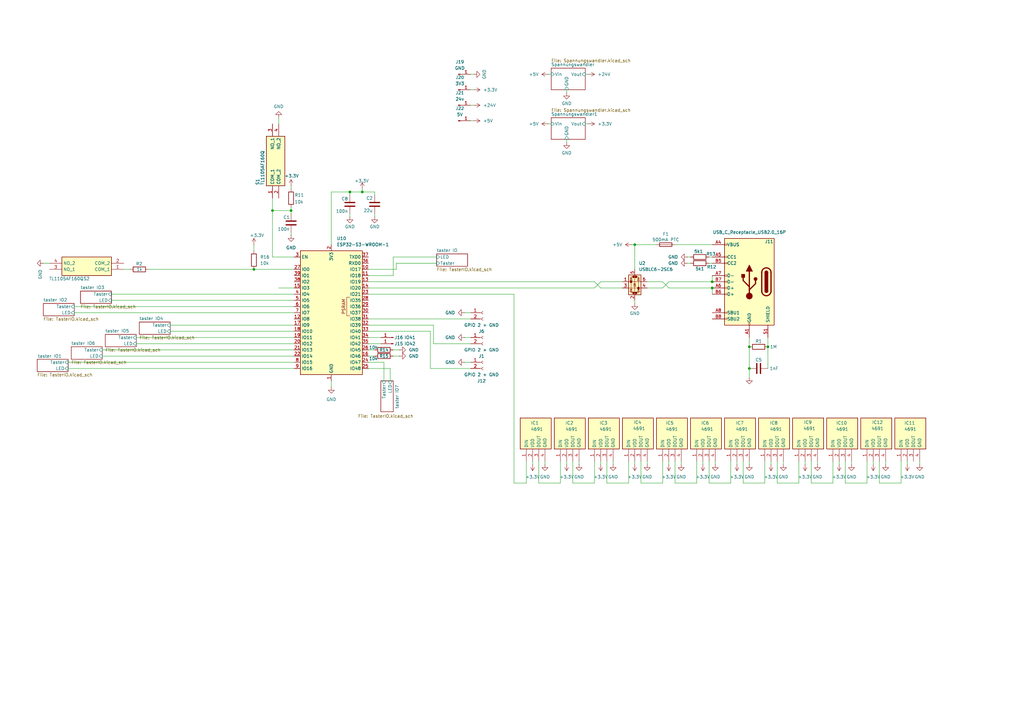
<source format=kicad_sch>
(kicad_sch (version 20231120) (generator "eeschema") (generator_version "8.0")
  (paper "A3")
  (lib_symbols
    (symbol "Connector:Conn_01x01_Pin" (pin_names (offset 1.016) hide)
      (property "Reference" "J" (at 0 2.54 0))
      (property "Value" "Conn_01x01_Pin" (at 0 -2.54 0))
      (symbol "Conn_01x01_Pin_1_1"
        (pin passive line (at 5.08 0 180) (length 3.81) (name "Pin_1") (number "1"))
      )
    )
    (symbol "Connector:Conn_01x02_Socket" (pin_names (offset 1.016) hide)
      (property "Reference" "J" (at 0 2.54 0))
      (property "Value" "Conn_01x02_Socket" (at 0 -5.08 0))
      (symbol "Conn_01x02_Socket_1_1"
        (pin passive line (at -5.08 0 0) (length 3.81) (name "Pin_1") (number "1"))
        (pin passive line (at -5.08 -2.54 0) (length 3.81) (name "Pin_2") (number "2"))
      )
    )
    (symbol "Connector:USB_C_Receptacle_USB2.0_16P" (pin_names (offset 1.016))
      (property "Reference" "J" (at 0 22.225 0))
      (property "Value" "USB_C_Receptacle_USB2.0_16P" (at 0 19.685 0))
      (symbol "USB_C_Receptacle_USB2.0_16P_1_1"
        (pin passive line (at 0 -22.86 90) (length 5.08) (name "GND") (number "A1"))
        (pin passive line (at 0 -22.86 90) (length 5.08) hide (name "GND") (number "A12"))
        (pin passive line (at 15.24 15.24 180) (length 5.08) (name "VBUS") (number "A4"))
        (pin bidirectional line (at 15.24 10.16 180) (length 5.08) (name "CC1") (number "A5"))
        (pin bidirectional line (at 15.24 -2.54 180) (length 5.08) (name "D+") (number "A6"))
        (pin bidirectional line (at 15.24 2.54 180) (length 5.08) (name "D-") (number "A7"))
        (pin bidirectional line (at 15.24 -12.7 180) (length 5.08) (name "SBU1") (number "A8"))
        (pin passive line (at 15.24 15.24 180) (length 5.08) hide (name "VBUS") (number "A9"))
        (pin passive line (at 0 -22.86 90) (length 5.08) hide (name "GND") (number "B1"))
        (pin passive line (at 0 -22.86 90) (length 5.08) hide (name "GND") (number "B12"))
        (pin passive line (at 15.24 15.24 180) (length 5.08) hide (name "VBUS") (number "B4"))
        (pin bidirectional line (at 15.24 7.62 180) (length 5.08) (name "CC2") (number "B5"))
        (pin bidirectional line (at 15.24 -5.08 180) (length 5.08) (name "D+") (number "B6"))
        (pin bidirectional line (at 15.24 0 180) (length 5.08) (name "D-") (number "B7"))
        (pin bidirectional line (at 15.24 -15.24 180) (length 5.08) (name "SBU2") (number "B8"))
        (pin passive line (at 15.24 15.24 180) (length 5.08) hide (name "VBUS") (number "B9"))
        (pin passive line (at -7.62 -22.86 90) (length 5.08) (name "SHIELD") (number "S1"))
      )
    )
    (symbol "Device:C" (pin_numbers hide) (pin_names (offset 0.254))
      (property "Reference" "C" (at 0.635 2.54 0))
      (property "Value" "C" (at 0.635 -2.54 0))
      (symbol "C_1_1"
        (pin passive line (at 0 3.81 270) (length 2.794) (name "~") (number "1"))
        (pin passive line (at 0 -3.81 90) (length 2.794) (name "~") (number "2"))
      )
    )
    (symbol "Device:Fuse" (pin_numbers hide) (pin_names (offset 0))
      (property "Reference" "F" (at 2.032 0 90))
      (property "Value" "Fuse" (at -1.905 0 90))
      (symbol "Fuse_1_1"
        (pin passive line (at 0 3.81 270) (length 1.27) (name "~") (number "1"))
        (pin passive line (at 0 -3.81 90) (length 1.27) (name "~") (number "2"))
      )
    )
    (symbol "Device:R" (pin_numbers hide) (pin_names (offset 0))
      (property "Reference" "R" (at 2.032 0 90))
      (property "Value" "R" (at 0 0 90))
      (symbol "R_1_1"
        (pin passive line (at 0 3.81 270) (length 1.27) (name "~") (number "1"))
        (pin passive line (at 0 -3.81 90) (length 1.27) (name "~") (number "2"))
      )
    )
    (symbol "Power_Protection:USBLC6-2SC6" (pin_names hide)
      (property "Reference" "U" (at 0.635 5.715 0))
      (property "Value" "USBLC6-2SC6" (at 0.635 3.81 0))
      (symbol "USBLC6-2SC6_1_1"
        (pin passive line (at -5.08 0 0) (length 2.54) (name "I/O1") (number "1"))
        (pin passive line (at 0 -7.62 90) (length 2.54) (name "GND") (number "2"))
        (pin passive line (at -5.08 -2.54 0) (length 2.54) (name "I/O2") (number "3"))
        (pin passive line (at 5.08 -2.54 180) (length 2.54) (name "I/O2") (number "4"))
        (pin passive line (at 0 5.08 270) (length 2.54) (name "VBUS") (number "5"))
        (pin passive line (at 5.08 0 180) (length 2.54) (name "I/O1") (number "6"))
      )
    )
    (symbol "RF_Module:ESP32-S3-WROOM-1"
      (property "Reference" "U" (at -12.7 26.67 0))
      (property "Value" "ESP32-S3-WROOM-1" (at 12.7 26.67 0))
      (symbol "ESP32-S3-WROOM-1_0_0"
        (text "PSRAM" (at 5.08 2.54 900) (effects (font (size 1.27 1.27))))
      )
      (symbol "ESP32-S3-WROOM-1_1_1"
        (pin power_in line (at 0 -27.94 90) (length 2.54) (name "GND") (number "1"))
        (pin bidirectional line (at 15.24 17.78 180) (length 2.54) (name "IO17") (number "10"))
        (pin bidirectional line (at 15.24 15.24 180) (length 2.54) (name "IO18") (number "11"))
        (pin bidirectional line (at -15.24 -2.54 0) (length 2.54) (name "IO8") (number "12"))
        (pin bidirectional line (at 15.24 12.7 180) (length 2.54) (name "IO19") (number "13"))
        (pin bidirectional line (at 15.24 10.16 180) (length 2.54) (name "IO20") (number "14"))
        (pin bidirectional line (at -15.24 10.16 0) (length 2.54) (name "IO3") (number "15"))
        (pin bidirectional line (at 15.24 -17.78 180) (length 2.54) (name "IO46") (number "16"))
        (pin bidirectional line (at -15.24 -5.08 0) (length 2.54) (name "IO9") (number "17"))
        (pin bidirectional line (at -15.24 -7.62 0) (length 2.54) (name "IO10") (number "18"))
        (pin bidirectional line (at -15.24 -10.16 0) (length 2.54) (name "IO11") (number "19"))
        (pin power_in line (at 0 27.94 270) (length 2.54) (name "3V3") (number "2"))
        (pin bidirectional line (at -15.24 -12.7 0) (length 2.54) (name "IO12") (number "20"))
        (pin bidirectional line (at -15.24 -15.24 0) (length 2.54) (name "IO13") (number "21"))
        (pin bidirectional line (at -15.24 -17.78 0) (length 2.54) (name "IO14") (number "22"))
        (pin bidirectional line (at 15.24 7.62 180) (length 2.54) (name "IO21") (number "23"))
        (pin bidirectional line (at 15.24 -20.32 180) (length 2.54) (name "IO47") (number "24"))
        (pin bidirectional line (at 15.24 -22.86 180) (length 2.54) (name "IO48") (number "25"))
        (pin bidirectional line (at 15.24 -15.24 180) (length 2.54) (name "IO45") (number "26"))
        (pin bidirectional line (at -15.24 17.78 0) (length 2.54) (name "IO0") (number "27"))
        (pin bidirectional line (at 15.24 5.08 180) (length 2.54) (name "IO35") (number "28"))
        (pin bidirectional line (at 15.24 2.54 180) (length 2.54) (name "IO36") (number "29"))
        (pin input line (at -15.24 22.86 0) (length 2.54) (name "EN") (number "3"))
        (pin bidirectional line (at 15.24 0 180) (length 2.54) (name "IO37") (number "30"))
        (pin bidirectional line (at 15.24 -2.54 180) (length 2.54) (name "IO38") (number "31"))
        (pin bidirectional line (at 15.24 -5.08 180) (length 2.54) (name "IO39") (number "32"))
        (pin bidirectional line (at 15.24 -7.62 180) (length 2.54) (name "IO40") (number "33"))
        (pin bidirectional line (at 15.24 -10.16 180) (length 2.54) (name "IO41") (number "34"))
        (pin bidirectional line (at 15.24 -12.7 180) (length 2.54) (name "IO42") (number "35"))
        (pin bidirectional line (at 15.24 20.32 180) (length 2.54) (name "RXD0") (number "36"))
        (pin bidirectional line (at 15.24 22.86 180) (length 2.54) (name "TXD0") (number "37"))
        (pin bidirectional line (at -15.24 12.7 0) (length 2.54) (name "IO2") (number "38"))
        (pin bidirectional line (at -15.24 15.24 0) (length 2.54) (name "IO1") (number "39"))
        (pin bidirectional line (at -15.24 7.62 0) (length 2.54) (name "IO4") (number "4"))
        (pin passive line (at 0 -27.94 90) (length 2.54) hide (name "GND") (number "40"))
        (pin passive line (at 0 -27.94 90) (length 2.54) hide (name "GND") (number "41"))
        (pin bidirectional line (at -15.24 5.08 0) (length 2.54) (name "IO5") (number "5"))
        (pin bidirectional line (at -15.24 2.54 0) (length 2.54) (name "IO6") (number "6"))
        (pin bidirectional line (at -15.24 0 0) (length 2.54) (name "IO7") (number "7"))
        (pin bidirectional line (at -15.24 -20.32 0) (length 2.54) (name "IO15") (number "8"))
        (pin bidirectional line (at -15.24 -22.86 0) (length 2.54) (name "IO16") (number "9"))
      )
    )
    (symbol "TL1105AF160Q:TL1105AF160Q"
      (property "Reference" "S" (at 26.67 7.62 0))
      (property "Value" "TL1105AF160Q" (at 26.67 5.08 0))
      (symbol "TL1105AF160Q_1_1"
        (pin passive line (at 0 0 0) (length 5.08) (name "COM_1") (number "1"))
        (pin passive line (at 0 -2.54 0) (length 5.08) (name "COM_2") (number "2"))
        (pin passive line (at 30.48 0 180) (length 5.08) (name "NO_1") (number "3"))
        (pin passive line (at 30.48 -2.54 180) (length 5.08) (name "NO_2") (number "4"))
      )
    )
    (symbol "edge neopixel:4691"
      (property "Reference" "IC" (at 19.05 7.62 0))
      (property "Value" "4691" (at 19.05 5.08 0))
      (symbol "4691_1_1"
        (pin passive line (at 0 0 0) (length 5.08) (name "DIN") (number "1"))
        (pin passive line (at 0 -2.54 0) (length 5.08) (name "VDD") (number "2"))
        (pin passive line (at 0 -5.08 0) (length 5.08) (name "DOUT") (number "3"))
        (pin passive line (at 0 -7.62 0) (length 5.08) (name "GND") (number "4"))
      )
    )
    (symbol "power:+24V" (power) (pin_numbers hide) (pin_names (offset 0) hide)
      (property "Value" "+24V" (at 0 3.556 0))
      (symbol "+24V_1_1"
        (pin power_in line (at 0 0 90) (length 0) (name "~") (number "1"))
      )
    )
    (symbol "power:+3.3V" (power) (pin_numbers hide) (pin_names (offset 0) hide)
      (property "Value" "+3.3V" (at 0 3.556 0))
      (symbol "+3.3V_1_1"
        (pin power_in line (at 0 0 90) (length 0) (name "~") (number "1"))
      )
    )
    (symbol "power:+5V" (power) (pin_numbers hide) (pin_names (offset 0) hide)
      (property "Value" "+5V" (at 0 3.556 0))
      (symbol "+5V_1_1"
        (pin power_in line (at 0 0 90) (length 0) (name "~") (number "1"))
      )
    )
    (symbol "power:GND" (power) (pin_numbers hide) (pin_names (offset 0) hide)
      (property "Value" "GND" (at 0 -3.81 0))
      (symbol "GND_1_1"
        (pin power_in line (at 0 0 270) (length 0) (name "~") (number "1"))
      )
    )
  )
  (junction (at 307.34 142.24))
  (junction (at 314.96 142.24))
  (junction (at 119.38 86.36))
  (junction (at 148.59 78.74))
  (junction (at 260.35 100.33))
  (junction (at 111.76 86.36))
  (junction (at 292.1 115.57))
  (junction (at 143.51 78.74))
  (junction (at 104.14 110.49))
  (junction (at 292.1 118.11))
  (junction (at 307.34 151.13))
  (wire (pts (xy 283.21 105.41) (xy 281.94 105.41)))
  (wire (pts (xy 41.91 146.05) (xy 120.65 146.05)))
  (wire (pts (xy 224.79 50.8) (xy 226.06 50.8)))
  (wire (pts (xy 135.89 78.74) (xy 135.89 100.33)))
  (wire (pts (xy 156.21 140.97) (xy 151.13 140.97)))
  (wire (pts (xy 30.48 125.73) (xy 120.65 125.73)))
  (wire (pts (xy 177.8 133.35) (xy 177.8 140.97)))
  (wire (pts (xy 318.77 198.12) (xy 327.66 198.12)))
  (wire (pts (xy 143.51 78.74) (xy 143.51 80.01)))
  (wire (pts (xy 176.53 151.13) (xy 193.04 151.13)))
  (wire (pts (xy 314.96 138.43) (xy 314.96 142.24)))
  (wire (pts (xy 161.29 113.03) (xy 151.13 113.03)))
  (wire (pts (xy 316.23 189.23) (xy 316.23 190.5)))
  (wire (pts (xy 292.1 113.03) (xy 292.1 115.57)))
  (wire (pts (xy 372.11 189.23) (xy 372.11 190.5)))
  (wire (pts (xy 135.89 78.74) (xy 143.51 78.74)))
  (wire (pts (xy 176.53 135.89) (xy 176.53 151.13)))
  (wire (pts (xy 240.03 30.48) (xy 241.3 30.48)))
  (wire (pts (xy 114.3 118.11) (xy 120.65 118.11)))
  (wire (pts (xy 377.19 189.23) (xy 377.19 190.5)))
  (wire (pts (xy 193.04 138.43) (xy 190.5 138.43)))
  (wire (pts (xy 271.78 118.11) (xy 274.32 115.57)))
  (wire (pts (xy 243.84 198.12) (xy 243.84 189.23)))
  (wire (pts (xy 193.04 36.83) (xy 194.31 36.83)))
  (wire (pts (xy 290.83 189.23) (xy 290.83 198.12)))
  (wire (pts (xy 151.13 138.43) (xy 156.21 138.43)))
  (wire (pts (xy 307.34 189.23) (xy 307.34 190.5)))
  (wire (pts (xy 177.8 140.97) (xy 193.04 140.97)))
  (wire (pts (xy 151.13 118.11) (xy 243.84 118.11)))
  (wire (pts (xy 265.43 118.11) (xy 271.78 118.11)))
  (wire (pts (xy 41.91 143.51) (xy 120.65 143.51)))
  (wire (pts (xy 151.13 133.35) (xy 177.8 133.35)))
  (wire (pts (xy 240.03 50.8) (xy 241.3 50.8)))
  (wire (pts (xy 335.28 189.23) (xy 335.28 190.5)))
  (wire (pts (xy 360.68 198.12) (xy 369.57 198.12)))
  (wire (pts (xy 148.59 78.74) (xy 153.67 78.74)))
  (wire (pts (xy 283.21 107.95) (xy 281.94 107.95)))
  (wire (pts (xy 161.29 146.05) (xy 163.83 146.05)))
  (wire (pts (xy 234.95 189.23) (xy 234.95 198.12)))
  (wire (pts (xy 237.49 189.23) (xy 237.49 190.5)))
  (wire (pts (xy 55.88 140.97) (xy 120.65 140.97)))
  (wire (pts (xy 157.48 148.59) (xy 151.13 148.59)))
  (wire (pts (xy 151.13 120.65) (xy 210.82 120.65)))
  (wire (pts (xy 292.1 105.41) (xy 290.83 105.41)))
  (wire (pts (xy 143.51 88.9) (xy 143.51 87.63)))
  (wire (pts (xy 151.13 135.89) (xy 176.53 135.89)))
  (wire (pts (xy 276.86 198.12) (xy 285.75 198.12)))
  (wire (pts (xy 274.32 118.11) (xy 271.78 115.57)))
  (wire (pts (xy 307.34 142.24) (xy 307.34 151.13)))
  (wire (pts (xy 341.63 198.12) (xy 341.63 189.23)))
  (wire (pts (xy 274.32 115.57) (xy 292.1 115.57)))
  (wire (pts (xy 260.35 189.23) (xy 260.35 190.5)))
  (wire (pts (xy 292.1 118.11) (xy 292.1 120.65)))
  (wire (pts (xy 223.52 189.23) (xy 223.52 190.5)))
  (wire (pts (xy 304.8 198.12) (xy 313.69 198.12)))
  (wire (pts (xy 119.38 87.63) (xy 119.38 86.36)))
  (wire (pts (xy 151.13 146.05) (xy 153.67 146.05)))
  (wire (pts (xy 260.35 100.33) (xy 260.35 110.49)))
  (wire (pts (xy 262.89 198.12) (xy 271.78 198.12)))
  (wire (pts (xy 313.69 198.12) (xy 313.69 189.23)))
  (wire (pts (xy 162.56 107.95) (xy 179.07 107.95)))
  (wire (pts (xy 285.75 189.23) (xy 285.75 198.12)))
  (wire (pts (xy 215.9 189.23) (xy 215.9 198.12)))
  (wire (pts (xy 243.84 118.11) (xy 246.38 115.57)))
  (wire (pts (xy 119.38 85.09) (xy 119.38 86.36)))
  (wire (pts (xy 307.34 138.43) (xy 307.34 142.24)))
  (wire (pts (xy 69.85 135.89) (xy 120.65 135.89)))
  (wire (pts (xy 229.87 198.12) (xy 229.87 189.23)))
  (wire (pts (xy 251.46 189.23) (xy 251.46 190.5)))
  (wire (pts (xy 271.78 198.12) (xy 271.78 189.23)))
  (wire (pts (xy 193.04 49.53) (xy 194.31 49.53)))
  (wire (pts (xy 304.8 189.23) (xy 304.8 198.12)))
  (wire (pts (xy 193.04 43.18) (xy 194.31 43.18)))
  (wire (pts (xy 210.82 198.12) (xy 215.9 198.12)))
  (wire (pts (xy 355.6 198.12) (xy 346.71 198.12)))
  (wire (pts (xy 232.41 36.83) (xy 232.41 38.1)))
  (wire (pts (xy 111.76 86.36) (xy 111.76 105.41)))
  (wire (pts (xy 157.48 148.59) (xy 157.48 156.21)))
  (wire (pts (xy 269.24 100.33) (xy 260.35 100.33)))
  (wire (pts (xy 259.08 100.33) (xy 260.35 100.33)))
  (wire (pts (xy 50.8 110.49) (xy 53.34 110.49)))
  (wire (pts (xy 327.66 189.23) (xy 327.66 198.12)))
  (wire (pts (xy 360.68 189.23) (xy 360.68 198.12)))
  (wire (pts (xy 232.41 57.15) (xy 232.41 58.42)))
  (wire (pts (xy 369.57 198.12) (xy 369.57 189.23)))
  (wire (pts (xy 55.88 138.43) (xy 120.65 138.43)))
  (wire (pts (xy 30.48 128.27) (xy 120.65 128.27)))
  (wire (pts (xy 260.35 123.19) (xy 260.35 124.46)))
  (wire (pts (xy 220.98 198.12) (xy 229.87 198.12)))
  (wire (pts (xy 307.34 151.13) (xy 307.34 154.94)))
  (wire (pts (xy 193.04 148.59) (xy 190.5 148.59)))
  (wire (pts (xy 218.44 189.23) (xy 218.44 190.5)))
  (wire (pts (xy 20.32 107.95) (xy 17.78 107.95)))
  (wire (pts (xy 292.1 107.95) (xy 290.83 107.95)))
  (wire (pts (xy 255.27 118.11) (xy 246.38 118.11)))
  (wire (pts (xy 262.89 189.23) (xy 262.89 198.12)))
  (wire (pts (xy 162.56 107.95) (xy 162.56 110.49)))
  (wire (pts (xy 302.26 189.23) (xy 302.26 190.5)))
  (wire (pts (xy 60.96 110.49) (xy 104.14 110.49)))
  (wire (pts (xy 346.71 198.12) (xy 346.71 189.23)))
  (wire (pts (xy 193.04 128.27) (xy 190.5 128.27)))
  (wire (pts (xy 358.14 189.23) (xy 358.14 190.5)))
  (wire (pts (xy 274.32 189.23) (xy 274.32 190.5)))
  (wire (pts (xy 210.82 120.65) (xy 210.82 198.12)))
  (wire (pts (xy 148.59 77.47) (xy 148.59 78.74)))
  (wire (pts (xy 248.92 198.12) (xy 257.81 198.12)))
  (wire (pts (xy 299.72 198.12) (xy 299.72 189.23)))
  (wire (pts (xy 246.38 115.57) (xy 255.27 115.57)))
  (wire (pts (xy 248.92 189.23) (xy 248.92 198.12)))
  (wire (pts (xy 257.81 189.23) (xy 257.81 198.12)))
  (wire (pts (xy 161.29 105.41) (xy 179.07 105.41)))
  (wire (pts (xy 45.72 123.19) (xy 120.65 123.19)))
  (wire (pts (xy 143.51 78.74) (xy 148.59 78.74)))
  (wire (pts (xy 111.76 81.28) (xy 111.76 86.36)))
  (wire (pts (xy 104.14 100.33) (xy 104.14 102.87)))
  (wire (pts (xy 151.13 151.13) (xy 160.02 151.13)))
  (wire (pts (xy 265.43 189.23) (xy 265.43 190.5)))
  (wire (pts (xy 111.76 86.36) (xy 119.38 86.36)))
  (wire (pts (xy 151.13 110.49) (xy 162.56 110.49)))
  (wire (pts (xy 265.43 115.57) (xy 271.78 115.57)))
  (wire (pts (xy 153.67 78.74) (xy 153.67 80.01)))
  (wire (pts (xy 232.41 189.23) (xy 232.41 190.5)))
  (wire (pts (xy 119.38 77.47) (xy 119.38 76.2)))
  (wire (pts (xy 151.13 130.81) (xy 193.04 130.81)))
  (wire (pts (xy 290.83 198.12) (xy 299.72 198.12)))
  (wire (pts (xy 246.38 118.11) (xy 243.84 115.57)))
  (wire (pts (xy 332.74 198.12) (xy 341.63 198.12)))
  (wire (pts (xy 293.37 189.23) (xy 293.37 190.5)))
  (wire (pts (xy 119.38 96.52) (xy 119.38 95.25)))
  (wire (pts (xy 292.1 118.11) (xy 274.32 118.11)))
  (wire (pts (xy 45.72 120.65) (xy 120.65 120.65)))
  (wire (pts (xy 160.02 151.13) (xy 160.02 156.21)))
  (wire (pts (xy 330.2 189.23) (xy 330.2 190.5)))
  (wire (pts (xy 276.86 189.23) (xy 276.86 198.12)))
  (wire (pts (xy 349.25 189.23) (xy 349.25 190.5)))
  (wire (pts (xy 104.14 110.49) (xy 120.65 110.49)))
  (wire (pts (xy 135.89 156.21) (xy 135.89 158.75)))
  (wire (pts (xy 224.79 30.48) (xy 226.06 30.48)))
  (wire (pts (xy 332.74 189.23) (xy 332.74 198.12)))
  (wire (pts (xy 161.29 105.41) (xy 161.29 113.03)))
  (wire (pts (xy 288.29 189.23) (xy 288.29 190.5)))
  (wire (pts (xy 363.22 189.23) (xy 363.22 190.5)))
  (wire (pts (xy 246.38 189.23) (xy 246.38 190.5)))
  (wire (pts (xy 151.13 115.57) (xy 243.84 115.57)))
  (wire (pts (xy 344.17 189.23) (xy 344.17 190.5)))
  (wire (pts (xy 27.94 148.59) (xy 120.65 148.59)))
  (wire (pts (xy 318.77 189.23) (xy 318.77 198.12)))
  (wire (pts (xy 279.4 189.23) (xy 279.4 190.5)))
  (wire (pts (xy 111.76 105.41) (xy 120.65 105.41)))
  (wire (pts (xy 151.13 143.51) (xy 153.67 143.51)))
  (wire (pts (xy 220.98 189.23) (xy 220.98 198.12)))
  (wire (pts (xy 314.96 142.24) (xy 314.96 151.13)))
  (wire (pts (xy 234.95 198.12) (xy 243.84 198.12)))
  (wire (pts (xy 292.1 100.33) (xy 276.86 100.33)))
  (wire (pts (xy 161.29 143.51) (xy 163.83 143.51)))
  (wire (pts (xy 193.04 30.48) (xy 194.31 30.48)))
  (wire (pts (xy 153.67 88.9) (xy 153.67 87.63)))
  (wire (pts (xy 69.85 133.35) (xy 120.65 133.35)))
  (wire (pts (xy 321.31 189.23) (xy 321.31 190.5)))
  (wire (pts (xy 27.94 151.13) (xy 120.65 151.13)))
  (wire (pts (xy 355.6 189.23) (xy 355.6 198.12)))
  (wire (pts (xy 114.3 50.8) (xy 114.3 48.26)))
  (symbol (lib_id "Device:R") (at 119.38 81.28 180) (unit 1)
    (property "Reference" "R11" (at 124.714 80.01 0) (effects (justify left)))
    (property "Value" "10k" (at 124.46 82.804 0) (effects (justify left)))
    (property "Footprint" "Resistor_SMD:R_0603_1608Metric" (effects (hide yes)))
    (property "Description" "Resistor" (effects (hide yes)))
  )
  (symbol (lib_id "power:+24V") (at 241.3 30.48 270) (unit 1)
    (property "Reference" "#PWR014" (effects (hide yes)))
    (property "Value" "+24V" (at 245.11 30.4799 90) (effects (justify left)))
    (property "Description" "Power symbol creates a global label with name \"+24V\"" (effects (hide yes)))
  )
  (symbol (lib_id "Device:R") (at 157.48 143.51 270) (unit 1)
    (property "Reference" "R14" (at 157.48 143.51 90))
    (property "Value" "10k" (at 153.162 142.494 90))
    (property "Footprint" "Resistor_SMD:R_0603_1608Metric" (effects (hide yes)))
    (property "Description" "Resistor" (effects (hide yes)))
  )
  (symbol (lib_id "Device:R") (at 104.14 106.68 0) (unit 1)
    (property "Reference" "R16" (at 106.68 105.4099 0) (effects (justify left)))
    (property "Value" "10k" (at 106.68 107.9499 0) (effects (justify left)))
    (property "Footprint" "Resistor_SMD:R_0603_1608Metric" (effects (hide yes)))
    (property "Description" "Resistor" (effects (hide yes)))
  )
  (symbol (lib_id "Device:R") (at 157.48 146.05 270) (unit 1)
    (property "Reference" "R15" (at 157.48 146.05 90))
    (property "Value" "10k" (at 153.162 147.066 90))
    (property "Footprint" "Resistor_SMD:R_0603_1608Metric" (effects (hide yes)))
    (property "Description" "Resistor" (effects (hide yes)))
  )
  (symbol (lib_id "power:GND") (at 335.28 190.5 0) (unit 1)
    (property "Reference" "#PWR068" (effects (hide yes)))
    (property "Value" "GND" (at 335.28 195.58 0))
    (property "Description" "Power symbol creates a global label with name \"GND\" , ground" (effects (hide yes)))
  )
  (symbol (lib_id "power:GND") (at 260.35 124.46 0) (unit 1)
    (property "Reference" "#PWR06" (effects (hide yes)))
    (property "Value" "GND" (at 260.35 128.524 0))
    (property "Description" "Power symbol creates a global label with name \"GND\" , ground" (effects (hide yes)))
  )
  (symbol (lib_id "power:GND") (at 190.5 148.59 270) (unit 1)
    (property "Reference" "#PWR060" (effects (hide yes)))
    (property "Value" "GND" (at 186.69 148.5901 90) (effects (justify right)))
    (property "Description" "Power symbol creates a global label with name \"GND\" , ground" (effects (hide yes)))
  )
  (symbol (lib_id "power:GND") (at 265.43 190.5 0) (unit 1)
    (property "Reference" "#PWR019" (effects (hide yes)))
    (property "Value" "GND" (at 265.43 195.58 0))
    (property "Description" "Power symbol creates a global label with name \"GND\" , ground" (effects (hide yes)))
  )
  (symbol (lib_id "power:+3.3V") (at 194.31 36.83 270) (unit 1)
    (property "Reference" "#PWR081" (effects (hide yes)))
    (property "Value" "+3.3V" (at 198.12 36.8299 90) (effects (justify left)))
    (property "Description" "Power symbol creates a global label with name \"+3.3V\"" (effects (hide yes)))
  )
  (symbol (lib_id "power:GND") (at 281.94 107.95 270) (unit 1)
    (property "Reference" "#PWR089" (effects (hide yes)))
    (property "Value" "GND" (at 278.13 107.9501 90) (effects (justify right)))
    (property "Description" "Power symbol creates a global label with name \"GND\" , ground" (effects (hide yes)))
  )
  (symbol (lib_id "Device:Fuse") (at 273.05 100.33 90) (unit 1)
    (property "Reference" "F1" (at 273.05 96.012 90))
    (property "Value" "500mA PTC" (at 273.05 98.298 90))
    (property "Footprint" "Fuse:Fuse_1206_3216Metric_Pad1.42x1.75mm_HandSolder" (effects (hide yes)))
    (property "Description" "Fuse" (effects (hide yes)))
  )
  (symbol (lib_id "edge neopixel:4691") (at 355.6 189.23 90) (unit 1)
    (property "Reference" "IC12" (at 357.632 173.2281 90) (effects (justify right)))
    (property "Value" "4691" (at 357.378 175.768 90) (effects (justify right)))
    (property "Footprint" "4691" (effects (hide yes)))
    (property "Datasheet" "https://cdn-shop.adafruit.com/product-files/4691/4691_SK68XX_SIDE_REV.04_EN_1_.pdf" (effects (hide yes)))
    (property "Description" "Adafruit Accessories NeoPixel Side-Light RGB LED w/ Integrated Driver Chip - 10-pack - SK6812B 4020" (effects (hide yes)))
    (property "Height" "2.1" (effects (hide yes)))
    (property "Mouser Part Number" "485-4691" (effects (hide yes)))
    (property "Mouser Price/Stock" "https://www.mouser.co.uk/ProductDetail/Adafruit/4691?qs=DPoM0jnrROWxg7zGo0cOBA%3D%3D" (effects (hide yes)))
    (property "Manufacturer_Name" "Adafruit" (effects (hide yes)))
    (property "Manufacturer_Part_Number" "4691" (effects (hide yes)))
  )
  (symbol (lib_id "power:GND") (at 321.31 190.5 0) (unit 1)
    (property "Reference" "#PWR066" (effects (hide yes)))
    (property "Value" "GND" (at 321.31 195.58 0))
    (property "Description" "Power symbol creates a global label with name \"GND\" , ground" (effects (hide yes)))
  )
  (symbol (lib_id "power:+3.3V") (at 372.11 190.5 180) (unit 1)
    (property "Reference" "#PWR072" (effects (hide yes)))
    (property "Value" "+3.3V" (at 372.11 195.58 0))
    (property "Description" "Power symbol creates a global label with name \"+3.3V\"" (effects (hide yes)))
  )
  (symbol (lib_id "power:+5V") (at 259.08 100.33 90) (unit 1)
    (property "Reference" "#PWR084" (effects (hide yes)))
    (property "Value" "+5V" (at 255.27 100.3301 90) (effects (justify left)))
    (property "Description" "Power symbol creates a global label with name \"+5V\"" (effects (hide yes)))
  )
  (symbol (lib_id "power:GND") (at 307.34 154.94 0) (mirror y) (unit 1)
    (property "Reference" "#PWR016" (effects (hide yes)))
    (property "Value" "GND" (effects (hide yes)))
    (property "Description" "Power symbol creates a global label with name \"GND\" , ground" (effects (hide yes)))
  )
  (symbol (lib_id "edge neopixel:4691") (at 229.87 189.23 90) (unit 1)
    (property "Reference" "IC2" (at 231.902 173.482 90) (effects (justify right)))
    (property "Value" "4691" (at 231.902 176.022 90) (effects (justify right)))
    (property "Footprint" "4691" (effects (hide yes)))
    (property "Datasheet" "https://cdn-shop.adafruit.com/product-files/4691/4691_SK68XX_SIDE_REV.04_EN_1_.pdf" (effects (hide yes)))
    (property "Description" "Adafruit Accessories NeoPixel Side-Light RGB LED w/ Integrated Driver Chip - 10-pack - SK6812B 4020" (effects (hide yes)))
    (property "Height" "2.1" (effects (hide yes)))
    (property "Mouser Part Number" "485-4691" (effects (hide yes)))
    (property "Mouser Price/Stock" "https://www.mouser.co.uk/ProductDetail/Adafruit/4691?qs=DPoM0jnrROWxg7zGo0cOBA%3D%3D" (effects (hide yes)))
    (property "Manufacturer_Name" "Adafruit" (effects (hide yes)))
    (property "Manufacturer_Part_Number" "4691" (effects (hide yes)))
  )
  (symbol (lib_id "power:GND") (at 232.41 38.1 0) (unit 1)
    (property "Reference" "#PWR076" (effects (hide yes)))
    (property "Value" "GND" (at 232.41 42.418 0))
    (property "Description" "Power symbol creates a global label with name \"GND\" , ground" (effects (hide yes)))
  )
  (symbol (lib_id "edge neopixel:4691") (at 327.66 189.23 90) (unit 1)
    (property "Reference" "IC9" (at 329.692 173.2281 90) (effects (justify right)))
    (property "Value" "4691" (at 329.438 175.768 90) (effects (justify right)))
    (property "Footprint" "4691" (effects (hide yes)))
    (property "Datasheet" "https://cdn-shop.adafruit.com/product-files/4691/4691_SK68XX_SIDE_REV.04_EN_1_.pdf" (effects (hide yes)))
    (property "Description" "Adafruit Accessories NeoPixel Side-Light RGB LED w/ Integrated Driver Chip - 10-pack - SK6812B 4020" (effects (hide yes)))
    (property "Height" "2.1" (effects (hide yes)))
    (property "Mouser Part Number" "485-4691" (effects (hide yes)))
    (property "Mouser Price/Stock" "https://www.mouser.co.uk/ProductDetail/Adafruit/4691?qs=DPoM0jnrROWxg7zGo0cOBA%3D%3D" (effects (hide yes)))
    (property "Manufacturer_Name" "Adafruit" (effects (hide yes)))
    (property "Manufacturer_Part_Number" "4691" (effects (hide yes)))
  )
  (symbol (lib_id "power:GND") (at 293.37 190.5 0) (unit 1)
    (property "Reference" "#PWR062" (effects (hide yes)))
    (property "Value" "GND" (at 293.37 195.58 0))
    (property "Description" "Power symbol creates a global label with name \"GND\" , ground" (effects (hide yes)))
  )
  (symbol (lib_id "power:GND") (at 307.34 190.5 0) (unit 1)
    (property "Reference" "#PWR064" (effects (hide yes)))
    (property "Value" "GND" (at 307.34 195.58 0))
    (property "Description" "Power symbol creates a global label with name \"GND\" , ground" (effects (hide yes)))
  )
  (symbol (lib_id "power:+5V") (at 224.79 50.8 90) (unit 1)
    (property "Reference" "#PWR07" (effects (hide yes)))
    (property "Value" "+5V" (at 220.98 50.8001 90) (effects (justify left)))
    (property "Description" "Power symbol creates a global label with name \"+5V\"" (effects (hide yes)))
  )
  (symbol (lib_id "power:GND") (at 114.3 48.26 180) (unit 1)
    (property "Reference" "#PWR085" (effects (hide yes)))
    (property "Value" "GND" (at 116.332 43.688 0) (effects (justify left)))
    (property "Description" "Power symbol creates a global label with name \"GND\" , ground" (effects (hide yes)))
  )
  (symbol (lib_id "power:GND") (at 190.5 138.43 270) (unit 1)
    (property "Reference" "#PWR059" (effects (hide yes)))
    (property "Value" "GND" (at 186.69 138.4301 90) (effects (justify right)))
    (property "Description" "Power symbol creates a global label with name \"GND\" , ground" (effects (hide yes)))
  )
  (symbol (lib_id "power:GND") (at 281.94 105.41 270) (unit 1)
    (property "Reference" "#PWR088" (effects (hide yes)))
    (property "Value" "GND" (at 278.13 105.4101 90) (effects (justify right)))
    (property "Description" "Power symbol creates a global label with name \"GND\" , ground" (effects (hide yes)))
  )
  (symbol (lib_id "Device:C") (at 143.51 83.82 180) (unit 1)
    (property "Reference" "C8" (at 142.748 81.534 0) (effects (justify left)))
    (property "Value" "100n" (at 142.748 86.614 0) (effects (justify left)))
    (property "Footprint" "Capacitor_SMD:C_0603_1608Metric_Pad1.08x0.95mm_HandSolder" (effects (hide yes)))
    (property "Description" "Unpolarized capacitor" (effects (hide yes)))
  )
  (symbol (lib_id "power:GND") (at 363.22 190.5 0) (unit 1)
    (property "Reference" "#PWR073" (effects (hide yes)))
    (property "Value" "GND" (at 363.22 195.58 0))
    (property "Description" "Power symbol creates a global label with name \"GND\" , ground" (effects (hide yes)))
  )
  (symbol (lib_id "TL1105AF160Q:TL1105AF160Q") (at 50.8 110.49 180) (unit 1)
    (property "Reference" "S2" (at 36.8301 114.3 0) (effects (justify left)))
    (property "Value" "TL1105AF160Q" (at 34.2901 114.3 0) (effects (justify left)))
    (property "Footprint" "Library:TL1105AF160Q" (effects (hide yes)))
    (property "Datasheet" "https://configured-product-images.s3.amazonaws.com/2D/specs/TL1105AF160Q.pdf" (effects (hide yes)))
    (property "Description" "TACT, 50mA 12VDC, SPST-NO Off-(On), Through Hole PC Pin" (effects (hide yes)))
    (property "Height" "6.8" (effects (hide yes)))
    (property "Mouser Part Number" "612-TL1105A" (effects (hide yes)))
    (property "Mouser Price/Stock" "https://www.mouser.co.uk/ProductDetail/E-Switch/TL1105AF160Q?qs=YXf4ACKMM4wdc4witUH7eQ%3D%3D" (effects (hide yes)))
    (property "Manufacturer_Name" "E-Switch" (effects (hide yes)))
    (property "Manufacturer_Part_Number" "TL1105AF160Q" (effects (hide yes)))
  )
  (symbol (lib_id "Connector:Conn_01x01_Pin") (at 187.96 43.18 0) (unit 1)
    (property "Reference" "J21" (at 188.595 38.1 0))
    (property "Value" "24v" (at 188.595 40.64 0))
    (property "Footprint" "Connector_Wire:SolderWirePad_1x01_SMD_1x2mm" (effects (hide yes)))
    (property "Description" "Generic connector, single row, 01x01, script generated" (effects (hide yes)))
  )
  (symbol (lib_id "power:GND") (at 135.89 158.75 0) (unit 1)
    (property "Reference" "#PWR011" (effects (hide yes)))
    (property "Value" "GND" (at 135.89 163.83 0))
    (property "Description" "Power symbol creates a global label with name \"GND\" , ground" (effects (hide yes)))
  )
  (symbol (lib_id "power:+3.3V") (at 330.2 190.5 180) (unit 1)
    (property "Reference" "#PWR067" (effects (hide yes)))
    (property "Value" "+3.3V" (at 330.2 195.58 0))
    (property "Description" "Power symbol creates a global label with name \"+3.3V\"" (effects (hide yes)))
  )
  (symbol (lib_id "Connector:Conn_01x02_Socket") (at 198.12 138.43 0) (unit 1)
    (property "Reference" "J1" (at 197.485 146.05 0))
    (property "Value" "GPIO 2 + GND" (at 197.485 143.51 0))
    (property "Footprint" "Connector_JST:JST_XH_B2B-XH-AM_1x02_P2.50mm_Vertical" (effects (hide yes)))
    (property "Description" "Generic connector, single row, 01x02, script generated" (effects (hide yes)))
  )
  (symbol (lib_id "power:GND") (at 237.49 190.5 0) (unit 1)
    (property "Reference" "#PWR013" (effects (hide yes)))
    (property "Value" "GND" (at 237.49 195.58 0))
    (property "Description" "Power symbol creates a global label with name \"GND\" , ground" (effects (hide yes)))
  )
  (symbol (lib_id "power:+3.3V") (at 119.38 76.2 0) (unit 1)
    (property "Reference" "#PWR05" (effects (hide yes)))
    (property "Value" "+3.3V" (at 119.634 72.136 0))
    (property "Description" "Power symbol creates a global label with name \"+3.3V\"" (effects (hide yes)))
  )
  (symbol (lib_id "power:+3.3V") (at 148.59 77.47 0) (unit 1)
    (property "Reference" "#PWR010" (effects (hide yes)))
    (property "Value" "+3.3V" (at 148.336 74.168 0))
    (property "Description" "Power symbol creates a global label with name \"+3.3V\"" (effects (hide yes)))
  )
  (symbol (lib_id "power:+24V") (at 194.31 43.18 270) (unit 1)
    (property "Reference" "#PWR082" (effects (hide yes)))
    (property "Value" "+24V" (at 198.12 43.1799 90) (effects (justify left)))
    (property "Description" "Power symbol creates a global label with name \"+24V\"" (effects (hide yes)))
  )
  (symbol (lib_id "power:+3.3V") (at 218.44 190.5 180) (unit 1)
    (property "Reference" "#PWR021" (effects (hide yes)))
    (property "Value" "+3.3V" (at 218.44 195.58 0))
    (property "Description" "Power symbol creates a global label with name \"+3.3V\"" (effects (hide yes)))
  )
  (symbol (lib_id "power:+3.3V") (at 241.3 50.8 270) (unit 1)
    (property "Reference" "#PWR015" (effects (hide yes)))
    (property "Value" "+3.3V" (at 245.11 50.7999 90) (effects (justify left)))
    (property "Description" "Power symbol creates a global label with name \"+3.3V\"" (effects (hide yes)))
  )
  (symbol (lib_id "power:+3.3V") (at 344.17 190.5 180) (unit 1)
    (property "Reference" "#PWR069" (effects (hide yes)))
    (property "Value" "+3.3V" (at 344.17 195.58 0))
    (property "Description" "Power symbol creates a global label with name \"+3.3V\"" (effects (hide yes)))
  )
  (symbol (lib_id "power:+3.3V") (at 104.14 100.33 0) (unit 1)
    (property "Reference" "#PWR03" (effects (hide yes)))
    (property "Value" "+3.3V" (at 105.41 96.52 0))
    (property "Description" "Power symbol creates a global label with name \"+3.3V\"" (effects (hide yes)))
  )
  (symbol (lib_id "edge neopixel:4691") (at 341.63 189.23 90) (unit 1)
    (property "Reference" "IC10" (at 342.9 173.482 90) (effects (justify right)))
    (property "Value" "4691" (at 342.9 176.022 90) (effects (justify right)))
    (property "Footprint" "4691" (effects (hide yes)))
    (property "Datasheet" "https://cdn-shop.adafruit.com/product-files/4691/4691_SK68XX_SIDE_REV.04_EN_1_.pdf" (effects (hide yes)))
    (property "Description" "Adafruit Accessories NeoPixel Side-Light RGB LED w/ Integrated Driver Chip - 10-pack - SK6812B 4020" (effects (hide yes)))
    (property "Height" "2.1" (effects (hide yes)))
    (property "Mouser Part Number" "485-4691" (effects (hide yes)))
    (property "Mouser Price/Stock" "https://www.mouser.co.uk/ProductDetail/Adafruit/4691?qs=DPoM0jnrROWxg7zGo0cOBA%3D%3D" (effects (hide yes)))
    (property "Manufacturer_Name" "Adafruit" (effects (hide yes)))
    (property "Manufacturer_Part_Number" "4691" (effects (hide yes)))
  )
  (symbol (lib_id "edge neopixel:4691") (at 243.84 189.23 90) (unit 1)
    (property "Reference" "IC3" (at 245.872 173.482 90) (effects (justify right)))
    (property "Value" "4691" (at 245.872 176.022 90) (effects (justify right)))
    (property "Footprint" "4691" (effects (hide yes)))
    (property "Datasheet" "https://cdn-shop.adafruit.com/product-files/4691/4691_SK68XX_SIDE_REV.04_EN_1_.pdf" (effects (hide yes)))
    (property "Description" "Adafruit Accessories NeoPixel Side-Light RGB LED w/ Integrated Driver Chip - 10-pack - SK6812B 4020" (effects (hide yes)))
    (property "Height" "2.1" (effects (hide yes)))
    (property "Mouser Part Number" "485-4691" (effects (hide yes)))
    (property "Mouser Price/Stock" "https://www.mouser.co.uk/ProductDetail/Adafruit/4691?qs=DPoM0jnrROWxg7zGo0cOBA%3D%3D" (effects (hide yes)))
    (property "Manufacturer_Name" "Adafruit" (effects (hide yes)))
    (property "Manufacturer_Part_Number" "4691" (effects (hide yes)))
  )
  (symbol (lib_id "power:GND") (at 194.31 30.48 90) (unit 1)
    (property "Reference" "#PWR080" (effects (hide yes)))
    (property "Value" "GND" (at 198.628 30.48 0))
    (property "Description" "Power symbol creates a global label with name \"GND\" , ground" (effects (hide yes)))
  )
  (symbol (lib_id "edge neopixel:4691") (at 299.72 189.23 90) (unit 1)
    (property "Reference" "IC7" (at 301.752 173.482 90) (effects (justify right)))
    (property "Value" "4691" (at 301.752 176.022 90) (effects (justify right)))
    (property "Footprint" "4691" (effects (hide yes)))
    (property "Datasheet" "https://cdn-shop.adafruit.com/product-files/4691/4691_SK68XX_SIDE_REV.04_EN_1_.pdf" (effects (hide yes)))
    (property "Description" "Adafruit Accessories NeoPixel Side-Light RGB LED w/ Integrated Driver Chip - 10-pack - SK6812B 4020" (effects (hide yes)))
    (property "Height" "2.1" (effects (hide yes)))
    (property "Mouser Part Number" "485-4691" (effects (hide yes)))
    (property "Mouser Price/Stock" "https://www.mouser.co.uk/ProductDetail/Adafruit/4691?qs=DPoM0jnrROWxg7zGo0cOBA%3D%3D" (effects (hide yes)))
    (property "Manufacturer_Name" "Adafruit" (effects (hide yes)))
    (property "Manufacturer_Part_Number" "4691" (effects (hide yes)))
  )
  (symbol (lib_id "power:+3.3V") (at 302.26 190.5 180) (unit 1)
    (property "Reference" "#PWR063" (effects (hide yes)))
    (property "Value" "+3.3V" (at 302.26 195.58 0))
    (property "Description" "Power symbol creates a global label with name \"+3.3V\"" (effects (hide yes)))
  )
  (symbol (lib_id "Connector:USB_C_Receptacle_USB2.0_16P") (at 307.34 115.57 0) (mirror y) (unit 1)
    (property "Reference" "J11" (at 315.468 99.06 0))
    (property "Value" "USB_C_Receptacle_USB2.0_16P" (at 307.34 95.25 0))
    (property "Footprint" "Connector_USB:USB_C_Receptacle_HRO_TYPE-C-31-M-12" (effects (hide yes)))
    (property "Datasheet" "https://www.usb.org/sites/default/files/documents/usb_type-c.zip" (effects (hide yes)))
    (property "Description" "USB 2.0-only 16P Type-C Receptacle connector" (effects (hide yes)))
  )
  (symbol (lib_id "Device:R") (at 287.02 107.95 270) (unit 1)
    (property "Reference" "R12" (at 291.846 109.474 90))
    (property "Value" "5k1" (at 287.02 110.236 90))
    (property "Footprint" "Resistor_SMD:R_1206_3216Metric" (effects (hide yes)))
    (property "Description" "Resistor" (effects (hide yes)))
  )
  (symbol (lib_id "power:GND") (at 279.4 190.5 0) (unit 1)
    (property "Reference" "#PWR020" (effects (hide yes)))
    (property "Value" "GND" (at 279.4 195.58 0))
    (property "Description" "Power symbol creates a global label with name \"GND\" , ground" (effects (hide yes)))
  )
  (symbol (lib_id "power:GND") (at 377.19 190.5 0) (unit 1)
    (property "Reference" "#PWR071" (effects (hide yes)))
    (property "Value" "GND" (at 377.19 195.58 0))
    (property "Description" "Power symbol creates a global label with name \"GND\" , ground" (effects (hide yes)))
  )
  (symbol (lib_id "power:+3.3V") (at 260.35 190.5 180) (unit 1)
    (property "Reference" "#PWR024" (effects (hide yes)))
    (property "Value" "+3.3V" (at 260.35 195.58 0))
    (property "Description" "Power symbol creates a global label with name \"+3.3V\"" (effects (hide yes)))
  )
  (symbol (lib_id "power:+3.3V") (at 246.38 190.5 180) (unit 1)
    (property "Reference" "#PWR023" (effects (hide yes)))
    (property "Value" "+3.3V" (at 246.38 195.58 0))
    (property "Description" "Power symbol creates a global label with name \"+3.3V\"" (effects (hide yes)))
  )
  (symbol (lib_id "Device:C") (at 119.38 91.44 180) (unit 1)
    (property "Reference" "C1" (at 118.872 89.154 0) (effects (justify left)))
    (property "Value" "100n" (at 118.872 93.98 0) (effects (justify left)))
    (property "Footprint" "Capacitor_SMD:C_0603_1608Metric_Pad1.08x0.95mm_HandSolder" (effects (hide yes)))
    (property "Description" "Unpolarized capacitor" (effects (hide yes)))
  )
  (symbol (lib_id "power:GND") (at 17.78 107.95 270) (unit 1)
    (property "Reference" "#PWR087" (effects (hide yes)))
    (property "Value" "GND" (at 16.5101 110.49 0) (effects (justify left)))
    (property "Description" "Power symbol creates a global label with name \"GND\" , ground" (effects (hide yes)))
  )
  (symbol (lib_id "power:+3.3V") (at 358.14 190.5 180) (unit 1)
    (property "Reference" "#PWR074" (effects (hide yes)))
    (property "Value" "+3.3V" (at 358.14 195.58 0))
    (property "Description" "Power symbol creates a global label with name \"+3.3V\"" (effects (hide yes)))
  )
  (symbol (lib_id "Connector:Conn_01x01_Pin") (at 161.29 138.43 180) (unit 1)
    (property "Reference" "J16" (at 163.576 138.43 0))
    (property "Value" "IO41" (at 168.148 138.43 0))
    (property "Footprint" "Connector_Wire:SolderWirePad_1x01_SMD_1x2mm" (effects (hide yes)))
    (property "Description" "Generic connector, single row, 01x01, script generated" (effects (hide yes)))
  )
  (symbol (lib_id "power:GND") (at 232.41 58.42 0) (unit 1)
    (property "Reference" "#PWR075" (effects (hide yes)))
    (property "Value" "GND" (at 232.41 62.738 0))
    (property "Description" "Power symbol creates a global label with name \"GND\" , ground" (effects (hide yes)))
  )
  (symbol (lib_id "power:+5V") (at 224.79 30.48 90) (unit 1)
    (property "Reference" "#PWR08" (effects (hide yes)))
    (property "Value" "+5V" (at 220.98 30.4801 90) (effects (justify left)))
    (property "Description" "Power symbol creates a global label with name \"+5V\"" (effects (hide yes)))
  )
  (symbol (lib_id "power:GND") (at 190.5 128.27 270) (unit 1)
    (property "Reference" "#PWR030" (effects (hide yes)))
    (property "Value" "GND" (at 186.69 128.2701 90) (effects (justify right)))
    (property "Description" "Power symbol creates a global label with name \"GND\" , ground" (effects (hide yes)))
  )
  (symbol (lib_id "edge neopixel:4691") (at 271.78 189.23 90) (unit 1)
    (property "Reference" "IC5" (at 273.05 173.482 90) (effects (justify right)))
    (property "Value" "4691" (at 273.05 176.022 90) (effects (justify right)))
    (property "Footprint" "4691" (effects (hide yes)))
    (property "Datasheet" "https://cdn-shop.adafruit.com/product-files/4691/4691_SK68XX_SIDE_REV.04_EN_1_.pdf" (effects (hide yes)))
    (property "Description" "Adafruit Accessories NeoPixel Side-Light RGB LED w/ Integrated Driver Chip - 10-pack - SK6812B 4020" (effects (hide yes)))
    (property "Height" "2.1" (effects (hide yes)))
    (property "Mouser Part Number" "485-4691" (effects (hide yes)))
    (property "Mouser Price/Stock" "https://www.mouser.co.uk/ProductDetail/Adafruit/4691?qs=DPoM0jnrROWxg7zGo0cOBA%3D%3D" (effects (hide yes)))
    (property "Manufacturer_Name" "Adafruit" (effects (hide yes)))
    (property "Manufacturer_Part_Number" "4691" (effects (hide yes)))
  )
  (symbol (lib_id "RF_Module:ESP32-S3-WROOM-1") (at 135.89 128.27 0) (unit 1)
    (property "Reference" "U10" (at 138.0841 97.79 0) (effects (justify left)))
    (property "Value" "ESP32-S3-WROOM-1" (at 138.0841 100.33 0) (effects (justify left)))
    (property "Footprint" "RF_Module:ESP32-S3-WROOM-1" (effects (hide yes)))
    (property "Datasheet" "https://www.espressif.com/sites/default/files/documentation/esp32-s3-wroom-1_wroom-1u_datasheet_en.pdf" (effects (hide yes)))
    (property "Description" "RF Module, ESP32-S3 SoC, Wi-Fi 802.11b/g/n, Bluetooth, BLE, 32-bit, 3.3V, onboard antenna, SMD" (effects (hide yes)))
  )
  (symbol (lib_id "Connector:Conn_01x01_Pin") (at 161.29 140.97 180) (unit 1)
    (property "Reference" "J15" (at 163.576 140.97 0))
    (property "Value" "IO42" (at 168.148 140.97 0))
    (property "Footprint" "Connector_Wire:SolderWirePad_1x01_SMD_1x2mm" (effects (hide yes)))
    (property "Description" "Generic connector, single row, 01x01, script generated" (effects (hide yes)))
  )
  (symbol (lib_id "power:GND") (at 223.52 190.5 0) (unit 1)
    (property "Reference" "#PWR012" (effects (hide yes)))
    (property "Value" "GND" (at 223.52 195.58 0))
    (property "Description" "Power symbol creates a global label with name \"GND\" , ground" (effects (hide yes)))
  )
  (symbol (lib_id "Connector:Conn_01x01_Pin") (at 187.96 36.83 0) (unit 1)
    (property "Reference" "J20" (at 188.595 31.75 0))
    (property "Value" "3V3" (at 188.595 34.29 0))
    (property "Footprint" "Connector_Wire:SolderWirePad_1x01_SMD_1x2mm" (effects (hide yes)))
    (property "Description" "Generic connector, single row, 01x01, script generated" (effects (hide yes)))
  )
  (symbol (lib_id "Connector:Conn_01x02_Socket") (at 198.12 128.27 0) (unit 1)
    (property "Reference" "J6" (at 197.485 135.89 0))
    (property "Value" "GPIO 2 + GND" (at 197.485 133.35 0))
    (property "Footprint" "Connector_JST:JST_XH_B2B-XH-AM_1x02_P2.50mm_Vertical" (effects (hide yes)))
    (property "Description" "Generic connector, single row, 01x02, script generated" (effects (hide yes)))
  )
  (symbol (lib_id "edge neopixel:4691") (at 313.69 189.23 90) (unit 1)
    (property "Reference" "IC8" (at 315.722 173.482 90) (effects (justify right)))
    (property "Value" "4691" (at 315.722 176.022 90) (effects (justify right)))
    (property "Footprint" "4691" (effects (hide yes)))
    (property "Datasheet" "https://cdn-shop.adafruit.com/product-files/4691/4691_SK68XX_SIDE_REV.04_EN_1_.pdf" (effects (hide yes)))
    (property "Description" "Adafruit Accessories NeoPixel Side-Light RGB LED w/ Integrated Driver Chip - 10-pack - SK6812B 4020" (effects (hide yes)))
    (property "Height" "2.1" (effects (hide yes)))
    (property "Mouser Part Number" "485-4691" (effects (hide yes)))
    (property "Mouser Price/Stock" "https://www.mouser.co.uk/ProductDetail/Adafruit/4691?qs=DPoM0jnrROWxg7zGo0cOBA%3D%3D" (effects (hide yes)))
    (property "Manufacturer_Name" "Adafruit" (effects (hide yes)))
    (property "Manufacturer_Part_Number" "4691" (effects (hide yes)))
  )
  (symbol (lib_id "edge neopixel:4691") (at 369.57 189.23 90) (unit 1)
    (property "Reference" "IC11" (at 370.84 173.482 90) (effects (justify right)))
    (property "Value" "4691" (at 370.84 176.022 90) (effects (justify right)))
    (property "Footprint" "4691" (effects (hide yes)))
    (property "Datasheet" "https://cdn-shop.adafruit.com/product-files/4691/4691_SK68XX_SIDE_REV.04_EN_1_.pdf" (effects (hide yes)))
    (property "Description" "Adafruit Accessories NeoPixel Side-Light RGB LED w/ Integrated Driver Chip - 10-pack - SK6812B 4020" (effects (hide yes)))
    (property "Height" "2.1" (effects (hide yes)))
    (property "Mouser Part Number" "485-4691" (effects (hide yes)))
    (property "Mouser Price/Stock" "https://www.mouser.co.uk/ProductDetail/Adafruit/4691?qs=DPoM0jnrROWxg7zGo0cOBA%3D%3D" (effects (hide yes)))
    (property "Manufacturer_Name" "Adafruit" (effects (hide yes)))
    (property "Manufacturer_Part_Number" "4691" (effects (hide yes)))
  )
  (symbol (lib_id "power:+3.3V") (at 288.29 190.5 180) (unit 1)
    (property "Reference" "#PWR061" (effects (hide yes)))
    (property "Value" "+3.3V" (at 288.29 195.58 0))
    (property "Description" "Power symbol creates a global label with name \"+3.3V\"" (effects (hide yes)))
  )
  (symbol (lib_id "power:GND") (at 119.38 96.52 0) (unit 1)
    (property "Reference" "#PWR04" (effects (hide yes)))
    (property "Value" "GND" (at 119.38 101.6 0))
    (property "Description" "Power symbol creates a global label with name \"GND\" , ground" (effects (hide yes)))
  )
  (symbol (lib_id "Device:C") (at 311.15 151.13 270) (mirror x) (unit 1)
    (property "Reference" "C5" (at 311.15 147.574 90))
    (property "Value" "1nF" (at 317.5 151.13 90))
    (property "Footprint" "Capacitor_SMD:C_1206_3216Metric" (effects (hide yes)))
    (property "Description" "Unpolarized capacitor" (effects (hide yes)))
  )
  (symbol (lib_id "power:+3.3V") (at 274.32 190.5 180) (unit 1)
    (property "Reference" "#PWR025" (effects (hide yes)))
    (property "Value" "+3.3V" (at 274.32 195.58 0))
    (property "Description" "Power symbol creates a global label with name \"+3.3V\"" (effects (hide yes)))
  )
  (symbol (lib_id "Device:R") (at 311.15 142.24 270) (mirror x) (unit 1)
    (property "Reference" "R1" (at 311.15 139.954 90))
    (property "Value" "1M" (at 317.246 142.24 90))
    (property "Footprint" "Resistor_SMD:R_1206_3216Metric" (effects (hide yes)))
    (property "Description" "Resistor" (effects (hide yes)))
  )
  (symbol (lib_id "Connector:Conn_01x02_Socket") (at 198.12 148.59 0) (unit 1)
    (property "Reference" "J12" (at 197.485 156.21 0))
    (property "Value" "GPIO 2 + GND" (at 197.485 153.67 0))
    (property "Footprint" "Connector_JST:JST_XH_B2B-XH-AM_1x02_P2.50mm_Vertical" (effects (hide yes)))
    (property "Description" "Generic connector, single row, 01x02, script generated" (effects (hide yes)))
  )
  (symbol (lib_id "edge neopixel:4691") (at 257.81 189.23 90) (unit 1)
    (property "Reference" "IC4" (at 259.842 173.2281 90) (effects (justify right)))
    (property "Value" "4691" (at 259.588 175.768 90) (effects (justify right)))
    (property "Footprint" "4691" (effects (hide yes)))
    (property "Datasheet" "https://cdn-shop.adafruit.com/product-files/4691/4691_SK68XX_SIDE_REV.04_EN_1_.pdf" (effects (hide yes)))
    (property "Description" "Adafruit Accessories NeoPixel Side-Light RGB LED w/ Integrated Driver Chip - 10-pack - SK6812B 4020" (effects (hide yes)))
    (property "Height" "2.1" (effects (hide yes)))
    (property "Mouser Part Number" "485-4691" (effects (hide yes)))
    (property "Mouser Price/Stock" "https://www.mouser.co.uk/ProductDetail/Adafruit/4691?qs=DPoM0jnrROWxg7zGo0cOBA%3D%3D" (effects (hide yes)))
    (property "Manufacturer_Name" "Adafruit" (effects (hide yes)))
    (property "Manufacturer_Part_Number" "4691" (effects (hide yes)))
  )
  (symbol (lib_id "Device:C") (at 153.67 83.82 180) (unit 1)
    (property "Reference" "C2" (at 152.908 81.28 0) (effects (justify left)))
    (property "Value" "22u" (at 152.908 86.36 0) (effects (justify left)))
    (property "Footprint" "Capacitor_SMD:C_0603_1608Metric_Pad1.08x0.95mm_HandSolder" (effects (hide yes)))
    (property "Description" "Unpolarized capacitor" (effects (hide yes)))
  )
  (symbol (lib_id "power:GND") (at 251.46 190.5 0) (unit 1)
    (property "Reference" "#PWR018" (effects (hide yes)))
    (property "Value" "GND" (at 251.46 195.58 0))
    (property "Description" "Power symbol creates a global label with name \"GND\" , ground" (effects (hide yes)))
  )
  (symbol (lib_id "power:GND") (at 163.83 146.05 90) (unit 1)
    (property "Reference" "#PWR01" (effects (hide yes)))
    (property "Value" "GND" (at 167.64 146.0499 90) (effects (justify right)))
    (property "Description" "Power symbol creates a global label with name \"GND\" , ground" (effects (hide yes)))
  )
  (symbol (lib_id "power:GND") (at 153.67 88.9 0) (unit 1)
    (property "Reference" "#PWR017" (effects (hide yes)))
    (property "Value" "GND" (at 153.67 92.964 0))
    (property "Description" "Power symbol creates a global label with name \"GND\" , ground" (effects (hide yes)))
  )
  (symbol (lib_id "power:GND") (at 143.51 88.9 0) (unit 1)
    (property "Reference" "#PWR09" (effects (hide yes)))
    (property "Value" "GND" (at 143.51 92.964 0))
    (property "Description" "Power symbol creates a global label with name \"GND\" , ground" (effects (hide yes)))
  )
  (symbol (lib_id "power:GND") (at 349.25 190.5 0) (unit 1)
    (property "Reference" "#PWR070" (effects (hide yes)))
    (property "Value" "GND" (at 349.25 195.58 0))
    (property "Description" "Power symbol creates a global label with name \"GND\" , ground" (effects (hide yes)))
  )
  (symbol (lib_id "TL1105AF160Q:TL1105AF160Q") (at 111.76 81.28 90) (unit 1)
    (property "Reference" "S1" (at 105.664 75.946 0) (effects (justify left)))
    (property "Value" "TL1105AF160Q" (at 107.696 75.946 0) (effects (justify left)))
    (property "Footprint" "Library:TL1105AF160Q" (effects (hide yes)))
    (property "Datasheet" "https://configured-product-images.s3.amazonaws.com/2D/specs/TL1105AF160Q.pdf" (effects (hide yes)))
    (property "Description" "TACT, 50mA 12VDC, SPST-NO Off-(On), Through Hole PC Pin" (effects (hide yes)))
    (property "Height" "6.8" (effects (hide yes)))
    (property "Mouser Part Number" "612-TL1105A" (effects (hide yes)))
    (property "Mouser Price/Stock" "https://www.mouser.co.uk/ProductDetail/E-Switch/TL1105AF160Q?qs=YXf4ACKMM4wdc4witUH7eQ%3D%3D" (effects (hide yes)))
    (property "Manufacturer_Name" "E-Switch" (effects (hide yes)))
    (property "Manufacturer_Part_Number" "TL1105AF160Q" (effects (hide yes)))
  )
  (symbol (lib_id "power:+5V") (at 194.31 49.53 270) (unit 1)
    (property "Reference" "#PWR083" (effects (hide yes)))
    (property "Value" "+5V" (at 198.12 49.5299 90) (effects (justify left)))
    (property "Description" "Power symbol creates a global label with name \"+5V\"" (effects (hide yes)))
  )
  (symbol (lib_id "power:+3.3V") (at 316.23 190.5 180) (unit 1)
    (property "Reference" "#PWR065" (effects (hide yes)))
    (property "Value" "+3.3V" (at 316.23 195.58 0))
    (property "Description" "Power symbol creates a global label with name \"+3.3V\"" (effects (hide yes)))
  )
  (symbol (lib_id "Device:R") (at 287.02 105.41 270) (unit 1)
    (property "Reference" "R13" (at 291.592 104.14 90))
    (property "Value" "5k1" (at 286.512 103.124 90))
    (property "Footprint" "Resistor_SMD:R_1206_3216Metric" (effects (hide yes)))
    (property "Description" "Resistor" (effects (hide yes)))
  )
  (symbol (lib_id "edge neopixel:4691") (at 215.9 189.23 90) (unit 1)
    (property "Reference" "IC1" (at 217.678 173.482 90) (effects (justify right)))
    (property "Value" "4691" (at 217.678 176.022 90) (effects (justify right)))
    (property "Footprint" "4691" (effects (hide yes)))
    (property "Datasheet" "https://cdn-shop.adafruit.com/product-files/4691/4691_SK68XX_SIDE_REV.04_EN_1_.pdf" (effects (hide yes)))
    (property "Description" "Adafruit Accessories NeoPixel Side-Light RGB LED w/ Integrated Driver Chip - 10-pack - SK6812B 4020" (effects (hide yes)))
    (property "Height" "2.1" (effects (hide yes)))
    (property "Mouser Part Number" "485-4691" (effects (hide yes)))
    (property "Mouser Price/Stock" "https://www.mouser.co.uk/ProductDetail/Adafruit/4691?qs=DPoM0jnrROWxg7zGo0cOBA%3D%3D" (effects (hide yes)))
    (property "Manufacturer_Name" "Adafruit" (effects (hide yes)))
    (property "Manufacturer_Part_Number" "4691" (effects (hide yes)))
  )
  (symbol (lib_id "Power_Protection:USBLC6-2SC6") (at 260.35 115.57 0) (unit 1)
    (property "Reference" "U2" (at 262.0011 107.95 0) (effects (justify left)))
    (property "Value" "USBLC6-2SC6" (at 262.0011 110.49 0) (effects (justify left)))
    (property "Footprint" "Package_TO_SOT_SMD:SOT-23-6" (effects (hide yes)))
    (property "Datasheet" "https://www.st.com/resource/en/datasheet/usblc6-2.pdf" (effects (hide yes)))
    (property "Description" "Very low capacitance ESD protection diode, 2 data-line, SOT-23-6" (effects (hide yes)))
  )
  (symbol (lib_id "edge neopixel:4691") (at 285.75 189.23 90) (unit 1)
    (property "Reference" "IC6" (at 287.528 173.482 90) (effects (justify right)))
    (property "Value" "4691" (at 287.528 176.022 90) (effects (justify right)))
    (property "Footprint" "4691" (effects (hide yes)))
    (property "Datasheet" "https://cdn-shop.adafruit.com/product-files/4691/4691_SK68XX_SIDE_REV.04_EN_1_.pdf" (effects (hide yes)))
    (property "Description" "Adafruit Accessories NeoPixel Side-Light RGB LED w/ Integrated Driver Chip - 10-pack - SK6812B 4020" (effects (hide yes)))
    (property "Height" "2.1" (effects (hide yes)))
    (property "Mouser Part Number" "485-4691" (effects (hide yes)))
    (property "Mouser Price/Stock" "https://www.mouser.co.uk/ProductDetail/Adafruit/4691?qs=DPoM0jnrROWxg7zGo0cOBA%3D%3D" (effects (hide yes)))
    (property "Manufacturer_Name" "Adafruit" (effects (hide yes)))
    (property "Manufacturer_Part_Number" "4691" (effects (hide yes)))
  )
  (symbol (lib_id "Connector:Conn_01x01_Pin") (at 187.96 30.48 0) (unit 1)
    (property "Reference" "J19" (at 188.595 25.4 0))
    (property "Value" "GND" (at 188.595 27.94 0))
    (property "Footprint" "Connector_Wire:SolderWirePad_1x01_SMD_1x2mm" (effects (hide yes)))
    (property "Description" "Generic connector, single row, 01x01, script generated" (effects (hide yes)))
  )
  (symbol (lib_id "Connector:Conn_01x01_Pin") (at 187.96 49.53 0) (unit 1)
    (property "Reference" "J22" (at 188.595 44.45 0))
    (property "Value" "5V" (at 188.595 46.99 0))
    (property "Footprint" "Connector_Wire:SolderWirePad_1x01_SMD_1x2mm" (effects (hide yes)))
    (property "Description" "Generic connector, single row, 01x01, script generated" (effects (hide yes)))
  )
  (symbol (lib_id "power:+3.3V") (at 232.41 190.5 180) (unit 1)
    (property "Reference" "#PWR022" (effects (hide yes)))
    (property "Value" "+3.3V" (at 232.41 195.58 0))
    (property "Description" "Power symbol creates a global label with name \"+3.3V\"" (effects (hide yes)))
  )
  (symbol (lib_id "power:GND") (at 163.83 143.51 90) (unit 1)
    (property "Reference" "#PWR02" (effects (hide yes)))
    (property "Value" "GND" (at 167.64 143.5099 90) (effects (justify right)))
    (property "Description" "Power symbol creates a global label with name \"GND\" , ground" (effects (hide yes)))
  )
  (symbol (lib_id "Device:R") (at 57.15 110.49 270) (unit 1)
    (property "Reference" "R2" (at 58.42 108.204 90) (effects (justify right)))
    (property "Value" "1k" (at 58.42 110.49 90) (effects (justify right)))
    (property "Footprint" "Resistor_SMD:R_0603_1608Metric" (effects (hide yes)))
    (property "Description" "Resistor" (effects (hide yes)))
  )
  (sheet (at 17.78 124.46) (size 12.7 5.08) (stroke (width 0.1524))
    (property "Sheetname" "taster IO2" (at 17.78 123.7484 0) (effects (justify left bottom)))
    (property "Sheetfile" "TasterIO.kicad_sch" (at 17.78 130.1246 0) (effects (justify left top)))
    (pin "Taster" input (at 30.48 125.73 0))
    (pin "LED" input (at 30.48 128.27 0))
  )
  (sheet (at 156.21 156.21) (size 5.08 12.7) (stroke (width 0.1524))
    (property "Sheetname" "taster IO7" (at 163.576 167.64 90) (effects (justify left bottom)))
    (property "Sheetfile" "TasterIO.kicad_sch" (at 146.812 169.926 0) (effects (justify left top)))
    (pin "Taster" input (at 157.48 156.21 90))
    (pin "LED" input (at 160.02 156.21 90))
  )
  (sheet (at 57.15 132.08) (size 12.7 5.08) (stroke (width 0.1524))
    (property "Sheetname" "taster IO4" (at 57.15 131.3684 0) (effects (justify left bottom)))
    (property "Sheetfile" "TasterIO.kicad_sch" (at 57.15 137.7446 0) (effects (justify left top)))
    (pin "Taster" input (at 69.85 133.35 0))
    (pin "LED" input (at 69.85 135.89 0))
  )
  (sheet (at 226.06 27.94) (size 13.97 8.89) (stroke (width 0.1524))
    (property "Sheetname" "Spannungswandler" (at 226.06 27.2284 0) (effects (justify left bottom)))
    (property "Sheetfile" "Spannungswandler.kicad_sch" (at 226.06 24.13 0) (effects (justify left top)))
    (pin "Vout" input (at 240.03 30.48 0))
    (pin "GND" input (at 232.41 36.83 270))
    (pin "Vin" input (at 226.06 30.48 180))
  )
  (sheet (at 226.06 48.26) (size 13.97 8.89) (stroke (width 0.1524))
    (property "Sheetname" "Spannungswandler1" (at 226.06 47.5484 0) (effects (justify left bottom)))
    (property "Sheetfile" "Spannungswandler.kicad_sch" (at 226.06 44.45 0) (effects (justify left top)))
    (pin "Vout" input (at 240.03 50.8 0))
    (pin "GND" input (at 232.41 57.15 270))
    (pin "Vin" input (at 226.06 50.8 180))
  )
  (sheet (at 43.18 137.16) (size 12.7 5.08) (stroke (width 0.1524))
    (property "Sheetname" "taster IO5" (at 43.18 136.4484 0) (effects (justify left bottom)))
    (property "Sheetfile" "TasterIO.kicad_sch" (at 43.18 142.8246 0) (effects (justify left top)))
    (pin "Taster" input (at 55.88 138.43 0))
    (pin "LED" input (at 55.88 140.97 0))
  )
  (sheet (at 179.07 104.14) (size 12.7 5.08) (stroke (width 0.1524))
    (property "Sheetname" "taster IO" (at 179.07 103.4284 0) (effects (justify left bottom)))
    (property "Sheetfile" "TasterIO.kicad_sch" (at 179.07 109.8046 0) (effects (justify left top)))
    (pin "Taster" input (at 179.07 107.95 180))
    (pin "LED" input (at 179.07 105.41 180))
  )
  (sheet (at 33.02 119.38) (size 12.7 5.08) (stroke (width 0.1524))
    (property "Sheetname" "taster IO3" (at 33.02 118.6684 0) (effects (justify left bottom)))
    (property "Sheetfile" "TasterIO.kicad_sch" (at 33.02 125.0446 0) (effects (justify left top)))
    (pin "Taster" input (at 45.72 120.65 0))
    (pin "LED" input (at 45.72 123.19 0))
  )
  (sheet (at 29.21 142.24) (size 12.7 5.08) (stroke (width 0.1524))
    (property "Sheetname" "taster IO6" (at 29.21 141.5284 0) (effects (justify left bottom)))
    (property "Sheetfile" "TasterIO.kicad_sch" (at 29.21 147.9046 0) (effects (justify left top)))
    (pin "Taster" input (at 41.91 143.51 0))
    (pin "LED" input (at 41.91 146.05 0))
  )
  (sheet (at 15.24 147.32) (size 12.7 5.08) (stroke (width 0.1524))
    (property "Sheetname" "taster IO1" (at 15.494 146.812 0) (effects (justify left bottom)))
    (property "Sheetfile" "TasterIO.kicad_sch" (at 15.24 152.9846 0) (effects (justify left top)))
    (pin "Taster" input (at 27.94 148.59 0))
    (pin "LED" input (at 27.94 151.13 0))
  )
)
</source>
